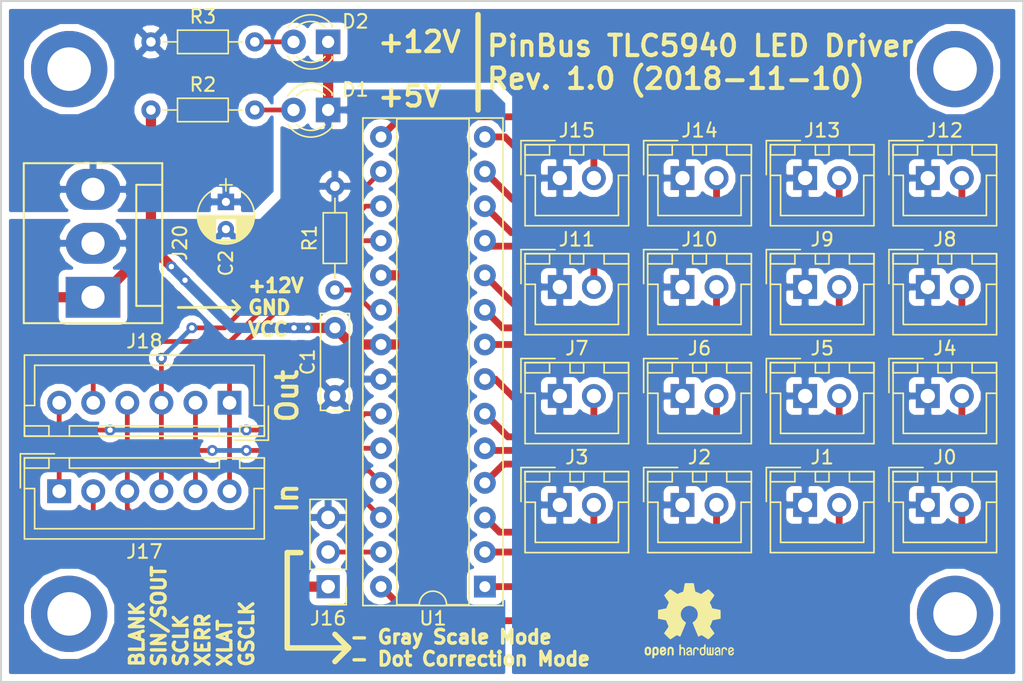
<source format=kicad_pcb>
(kicad_pcb (version 20171130) (host pcbnew "(5.0.0)")
  (layers (0 F.Cu signal) (31 B.Cu signal hide) (34 B.Paste user) (35 F.Paste user) (36 B.SilkS user) (37 F.SilkS user) (38 B.Mask user) (39 F.Mask user) (44 Edge.Cuts user))
  (net 0 "")
  (net 1 GND)
  (net 2 VCC)
  (net 3 +12V)
  (net 4 "Net-(J0-Pad2)")
  (net 5 "Net-(J1-Pad2)")
  (net 6 "Net-(J2-Pad2)")
  (net 7 "Net-(J3-Pad2)")
  (net 8 "Net-(J4-Pad2)")
  (net 9 "Net-(J5-Pad2)")
  (net 10 "Net-(J6-Pad2)")
  (net 11 "Net-(J7-Pad2)")
  (net 12 "Net-(J8-Pad2)")
  (net 13 "Net-(J9-Pad2)")
  (net 14 "Net-(J10-Pad2)")
  (net 15 "Net-(J11-Pad2)")
  (net 16 "Net-(J12-Pad2)")
  (net 17 "Net-(J13-Pad2)")
  (net 18 "Net-(J14-Pad2)")
  (net 19 "Net-(J15-Pad2)")
  (net 20 "Net-(J16-Pad2)")
  (net 21 "Net-(J17-Pad1)")
  (net 22 "Net-(J17-Pad2)")
  (net 23 "Net-(J17-Pad3)")
  (net 24 "Net-(J17-Pad4)")
  (net 25 "Net-(J17-Pad5)")
  (net 26 "Net-(J17-Pad6)")
  (net 27 "Net-(J18-Pad5)")
  (net 28 "Net-(R1-Pad1)")
  (net 29 "Net-(D1-Pad2)")
  (net 30 "Net-(D2-Pad2)")
  (module Housings_DIP:DIP-28_W7.62mm_Socket (layer F.Cu) (at 50.5 58 180)
    (fp_text reference U1 (at 3.81 -2.33 180) (layer F.SilkS))
    (fp_text value TLC5940NT)
    (pad 28 thru_hole oval (at 7.62 0 180) (size 1.6 1.6) (drill 0.8) (layers *.Cu *.Mask) (net 4 "Net-(J0-Pad2)"))
    (pad 14 thru_hole oval (at 0 33.02 180) (size 1.6 1.6) (drill 0.8) (layers *.Cu *.Mask) (net 18 "Net-(J14-Pad2)"))
    (pad 27 thru_hole oval (at 7.62 2.54 180) (size 1.6 1.6) (drill 0.8) (layers *.Cu *.Mask) (net 20 "Net-(J16-Pad2)"))
    (pad 13 thru_hole oval (at 0 30.48 180) (size 1.6 1.6) (drill 0.8) (layers *.Cu *.Mask) (net 17 "Net-(J13-Pad2)"))
    (pad 26 thru_hole oval (at 7.62 5.08 180) (size 1.6 1.6) (drill 0.8) (layers *.Cu *.Mask) (net 22 "Net-(J17-Pad2)"))
    (pad 12 thru_hole oval (at 0 27.94 180) (size 1.6 1.6) (drill 0.8) (layers *.Cu *.Mask) (net 16 "Net-(J12-Pad2)"))
    (pad 25 thru_hole oval (at 7.62 7.62 180) (size 1.6 1.6) (drill 0.8) (layers *.Cu *.Mask) (net 23 "Net-(J17-Pad3)"))
    (pad 11 thru_hole oval (at 0 25.4 180) (size 1.6 1.6) (drill 0.8) (layers *.Cu *.Mask) (net 15 "Net-(J11-Pad2)"))
    (pad 24 thru_hole oval (at 7.62 10.16 180) (size 1.6 1.6) (drill 0.8) (layers *.Cu *.Mask) (net 25 "Net-(J17-Pad5)"))
    (pad 10 thru_hole oval (at 0 22.86 180) (size 1.6 1.6) (drill 0.8) (layers *.Cu *.Mask) (net 14 "Net-(J10-Pad2)"))
    (pad 23 thru_hole oval (at 7.62 12.7 180) (size 1.6 1.6) (drill 0.8) (layers *.Cu *.Mask) (net 21 "Net-(J17-Pad1)"))
    (pad 9 thru_hole oval (at 0 20.32 180) (size 1.6 1.6) (drill 0.8) (layers *.Cu *.Mask) (net 13 "Net-(J9-Pad2)"))
    (pad 22 thru_hole oval (at 7.62 15.24 180) (size 1.6 1.6) (drill 0.8) (layers *.Cu *.Mask) (net 1 GND))
    (pad 8 thru_hole oval (at 0 17.78 180) (size 1.6 1.6) (drill 0.8) (layers *.Cu *.Mask) (net 12 "Net-(J8-Pad2)"))
    (pad 21 thru_hole oval (at 7.62 17.78 180) (size 1.6 1.6) (drill 0.8) (layers *.Cu *.Mask) (net 2 VCC))
    (pad 7 thru_hole oval (at 0 15.24 180) (size 1.6 1.6) (drill 0.8) (layers *.Cu *.Mask) (net 11 "Net-(J7-Pad2)"))
    (pad 20 thru_hole oval (at 7.62 20.32 180) (size 1.6 1.6) (drill 0.8) (layers *.Cu *.Mask) (net 28 "Net-(R1-Pad1)"))
    (pad 6 thru_hole oval (at 0 12.7 180) (size 1.6 1.6) (drill 0.8) (layers *.Cu *.Mask) (net 10 "Net-(J6-Pad2)"))
    (pad 19 thru_hole oval (at 7.62 22.86 180) (size 1.6 1.6) (drill 0.8) (layers *.Cu *.Mask) (net 2 VCC))
    (pad 5 thru_hole oval (at 0 10.16 180) (size 1.6 1.6) (drill 0.8) (layers *.Cu *.Mask) (net 9 "Net-(J5-Pad2)"))
    (pad 18 thru_hole oval (at 7.62 25.4 180) (size 1.6 1.6) (drill 0.8) (layers *.Cu *.Mask) (net 26 "Net-(J17-Pad6)"))
    (pad 4 thru_hole oval (at 0 7.62 180) (size 1.6 1.6) (drill 0.8) (layers *.Cu *.Mask) (net 8 "Net-(J4-Pad2)"))
    (pad 17 thru_hole oval (at 7.62 27.94 180) (size 1.6 1.6) (drill 0.8) (layers *.Cu *.Mask) (net 27 "Net-(J18-Pad5)"))
    (pad 3 thru_hole oval (at 0 5.08 180) (size 1.6 1.6) (drill 0.8) (layers *.Cu *.Mask) (net 7 "Net-(J3-Pad2)"))
    (pad 16 thru_hole oval (at 7.62 30.48 180) (size 1.6 1.6) (drill 0.8) (layers *.Cu *.Mask) (net 24 "Net-(J17-Pad4)"))
    (pad 2 thru_hole oval (at 0 2.54 180) (size 1.6 1.6) (drill 0.8) (layers *.Cu *.Mask) (net 6 "Net-(J2-Pad2)"))
    (pad 15 thru_hole oval (at 7.62 33.02 180) (size 1.6 1.6) (drill 0.8) (layers *.Cu *.Mask) (net 19 "Net-(J15-Pad2)"))
    (pad 1 thru_hole rect (at 0 0 180) (size 1.6 1.6) (drill 0.8) (layers *.Cu *.Mask) (net 5 "Net-(J1-Pad2)"))
  )
  (module Connectors_JST:JST_XH_B02B-XH-A_02x2.50mm_Straight (layer F.Cu) (at 83 44)
    (fp_text reference J4 (at 1.25 -3.5) (layer F.SilkS))
    (fp_text value Conn_01x02_Male)
    (pad 1 thru_hole rect (at 0 0) (size 1.75 1.75) (drill 1.05) (layers *.Cu *.Mask) (net 3 +12V))
    (pad 2 thru_hole circle (at 2.5 0) (size 1.75 1.75) (drill 1.05) (layers *.Cu *.Mask) (net 8 "Net-(J4-Pad2)"))
  )
  (module Connectors_JST:JST_XH_B02B-XH-A_02x2.50mm_Straight (layer F.Cu) (at 56 36)
    (fp_text reference J11 (at 1.25 -3.5) (layer F.SilkS))
    (fp_text value Conn_01x02_Male)
    (pad 1 thru_hole rect (at 0 0) (size 1.75 1.75) (drill 1.05) (layers *.Cu *.Mask) (net 3 +12V))
    (pad 2 thru_hole circle (at 2.5 0) (size 1.75 1.75) (drill 1.05) (layers *.Cu *.Mask) (net 15 "Net-(J11-Pad2)"))
  )
  (module Mounting_Holes:MountingHole_3.2mm_M3_DIN965_Pad (layer F.Cu) (at 20 20)
    (fp_text reference REF** hide)
    (fp_text value MountingHole_3.2mm_M3_DIN965_Pad hide)
    (pad 1 thru_hole circle (at 0 0) (size 5.6 5.6) (drill 3.2) (layers *.Cu *.Mask))
  )
  (module Mounting_Holes:MountingHole_3.2mm_M3_DIN965_Pad (layer F.Cu) (at 85 60)
    (fp_text reference REF** hide)
    (fp_text value MountingHole_3.2mm_M3_DIN965_Pad hide)
    (pad 1 thru_hole circle (at 0 0) (size 5.6 5.6) (drill 3.2) (layers *.Cu *.Mask))
  )
  (module Mounting_Holes:MountingHole_3.2mm_M3_DIN965_Pad (layer F.Cu) (at 20 60)
    (fp_text reference REF** hide)
    (fp_text value MountingHole_3.2mm_M3_DIN965_Pad hide)
    (pad 1 thru_hole circle (at 0 0) (size 5.6 5.6) (drill 3.2) (layers *.Cu *.Mask))
  )
  (module Capacitors_THT:CP_Radial_D4.0mm_P2.00mm (layer F.Cu) (at 31.5 29.75 270)
    (fp_text reference C2 (at 4.5 0 270) (layer F.SilkS))
    (fp_text value 1uF)
    (pad 2 thru_hole circle (at 2 0 270) (size 1.2 1.2) (drill 0.6) (layers *.Cu *.Mask) (net 1 GND))
    (pad 1 thru_hole rect (at 0 0 270) (size 1.2 1.2) (drill 0.6) (layers *.Cu *.Mask) (net 3 +12V))
  )
  (module Connectors_JST:JST_XH_B02B-XH-A_02x2.50mm_Straight (layer F.Cu) (at 83 52)
    (fp_text reference J0 (at 1.25 -3.5) (layer F.SilkS))
    (fp_text value Conn_01x02_Male)
    (pad 1 thru_hole rect (at 0 0) (size 1.75 1.75) (drill 1.05) (layers *.Cu *.Mask) (net 3 +12V))
    (pad 2 thru_hole circle (at 2.5 0) (size 1.75 1.75) (drill 1.05) (layers *.Cu *.Mask) (net 4 "Net-(J0-Pad2)"))
  )
  (module Connectors_JST:JST_XH_B02B-XH-A_02x2.50mm_Straight (layer F.Cu) (at 74 52)
    (fp_text reference J1 (at 1.25 -3.5) (layer F.SilkS))
    (fp_text value Conn_01x02_Male)
    (pad 2 thru_hole circle (at 2.5 0) (size 1.75 1.75) (drill 1.05) (layers *.Cu *.Mask) (net 5 "Net-(J1-Pad2)"))
    (pad 1 thru_hole rect (at 0 0) (size 1.75 1.75) (drill 1.05) (layers *.Cu *.Mask) (net 3 +12V))
  )
  (module Connectors_JST:JST_XH_B02B-XH-A_02x2.50mm_Straight (layer F.Cu) (at 65 52)
    (fp_text reference J2 (at 1.25 -3.5) (layer F.SilkS))
    (fp_text value Conn_01x02_Male)
    (pad 1 thru_hole rect (at 0 0) (size 1.75 1.75) (drill 1.05) (layers *.Cu *.Mask) (net 3 +12V))
    (pad 2 thru_hole circle (at 2.5 0) (size 1.75 1.75) (drill 1.05) (layers *.Cu *.Mask) (net 6 "Net-(J2-Pad2)"))
  )
  (module Connectors_JST:JST_XH_B02B-XH-A_02x2.50mm_Straight (layer F.Cu) (at 56 52)
    (fp_text reference J3 (at 1.25 -3.5) (layer F.SilkS))
    (fp_text value Conn_01x02_Male)
    (pad 2 thru_hole circle (at 2.5 0) (size 1.75 1.75) (drill 1.05) (layers *.Cu *.Mask) (net 7 "Net-(J3-Pad2)"))
    (pad 1 thru_hole rect (at 0 0) (size 1.75 1.75) (drill 1.05) (layers *.Cu *.Mask) (net 3 +12V))
  )
  (module Connectors_JST:JST_XH_B02B-XH-A_02x2.50mm_Straight (layer F.Cu) (at 74 44)
    (fp_text reference J5 (at 1.25 -3.5) (layer F.SilkS))
    (fp_text value Conn_01x02_Male)
    (pad 2 thru_hole circle (at 2.5 0) (size 1.75 1.75) (drill 1.05) (layers *.Cu *.Mask) (net 9 "Net-(J5-Pad2)"))
    (pad 1 thru_hole rect (at 0 0) (size 1.75 1.75) (drill 1.05) (layers *.Cu *.Mask) (net 3 +12V))
  )
  (module Connectors_JST:JST_XH_B02B-XH-A_02x2.50mm_Straight (layer F.Cu) (at 65 44)
    (fp_text reference J6 (at 1.25 -3.5) (layer F.SilkS))
    (fp_text value Conn_01x02_Male)
    (pad 1 thru_hole rect (at 0 0) (size 1.75 1.75) (drill 1.05) (layers *.Cu *.Mask) (net 3 +12V))
    (pad 2 thru_hole circle (at 2.5 0) (size 1.75 1.75) (drill 1.05) (layers *.Cu *.Mask) (net 10 "Net-(J6-Pad2)"))
  )
  (module Connectors_JST:JST_XH_B02B-XH-A_02x2.50mm_Straight (layer F.Cu) (at 56 44)
    (fp_text reference J7 (at 1.25 -3.5) (layer F.SilkS))
    (fp_text value Conn_01x02_Male)
    (pad 2 thru_hole circle (at 2.5 0) (size 1.75 1.75) (drill 1.05) (layers *.Cu *.Mask) (net 11 "Net-(J7-Pad2)"))
    (pad 1 thru_hole rect (at 0 0) (size 1.75 1.75) (drill 1.05) (layers *.Cu *.Mask) (net 3 +12V))
  )
  (module Connectors_JST:JST_XH_B02B-XH-A_02x2.50mm_Straight (layer F.Cu) (at 83 36)
    (fp_text reference J8 (at 1.25 -3.5) (layer F.SilkS))
    (fp_text value Conn_01x02_Male)
    (pad 1 thru_hole rect (at 0 0) (size 1.75 1.75) (drill 1.05) (layers *.Cu *.Mask) (net 3 +12V))
    (pad 2 thru_hole circle (at 2.5 0) (size 1.75 1.75) (drill 1.05) (layers *.Cu *.Mask) (net 12 "Net-(J8-Pad2)"))
  )
  (module Connectors_JST:JST_XH_B02B-XH-A_02x2.50mm_Straight (layer F.Cu) (at 74 36)
    (fp_text reference J9 (at 1.25 -3.5) (layer F.SilkS))
    (fp_text value Conn_01x02_Male)
    (pad 2 thru_hole circle (at 2.5 0) (size 1.75 1.75) (drill 1.05) (layers *.Cu *.Mask) (net 13 "Net-(J9-Pad2)"))
    (pad 1 thru_hole rect (at 0 0) (size 1.75 1.75) (drill 1.05) (layers *.Cu *.Mask) (net 3 +12V))
  )
  (module Connectors_JST:JST_XH_B02B-XH-A_02x2.50mm_Straight (layer F.Cu) (at 65 36)
    (fp_text reference J10 (at 1.25 -3.5) (layer F.SilkS))
    (fp_text value Conn_01x02_Male)
    (pad 2 thru_hole circle (at 2.5 0) (size 1.75 1.75) (drill 1.05) (layers *.Cu *.Mask) (net 14 "Net-(J10-Pad2)"))
    (pad 1 thru_hole rect (at 0 0) (size 1.75 1.75) (drill 1.05) (layers *.Cu *.Mask) (net 3 +12V))
  )
  (module Connectors_JST:JST_XH_B02B-XH-A_02x2.50mm_Straight (layer F.Cu) (at 83 28)
    (fp_text reference J12 (at 1.25 -3.5) (layer F.SilkS))
    (fp_text value Conn_01x02_Male)
    (pad 2 thru_hole circle (at 2.5 0) (size 1.75 1.75) (drill 1.05) (layers *.Cu *.Mask) (net 16 "Net-(J12-Pad2)"))
    (pad 1 thru_hole rect (at 0 0) (size 1.75 1.75) (drill 1.05) (layers *.Cu *.Mask) (net 3 +12V))
  )
  (module Connectors_JST:JST_XH_B02B-XH-A_02x2.50mm_Straight (layer F.Cu) (at 74 28)
    (fp_text reference J13 (at 1.25 -3.5) (layer F.SilkS))
    (fp_text value Conn_01x02_Male)
    (pad 1 thru_hole rect (at 0 0) (size 1.75 1.75) (drill 1.05) (layers *.Cu *.Mask) (net 3 +12V))
    (pad 2 thru_hole circle (at 2.5 0) (size 1.75 1.75) (drill 1.05) (layers *.Cu *.Mask) (net 17 "Net-(J13-Pad2)"))
  )
  (module Connectors_JST:JST_XH_B02B-XH-A_02x2.50mm_Straight (layer F.Cu) (at 65 28)
    (fp_text reference J14 (at 1.25 -3.5) (layer F.SilkS))
    (fp_text value Conn_01x02_Male)
    (pad 2 thru_hole circle (at 2.5 0) (size 1.75 1.75) (drill 1.05) (layers *.Cu *.Mask) (net 18 "Net-(J14-Pad2)"))
    (pad 1 thru_hole rect (at 0 0) (size 1.75 1.75) (drill 1.05) (layers *.Cu *.Mask) (net 3 +12V))
  )
  (module Connectors_JST:JST_XH_B02B-XH-A_02x2.50mm_Straight (layer F.Cu) (at 56 28)
    (fp_text reference J15 (at 1.25 -3.5) (layer F.SilkS))
    (fp_text value Conn_01x02_Male)
    (pad 1 thru_hole rect (at 0 0) (size 1.75 1.75) (drill 1.05) (layers *.Cu *.Mask) (net 3 +12V))
    (pad 2 thru_hole circle (at 2.5 0) (size 1.75 1.75) (drill 1.05) (layers *.Cu *.Mask) (net 19 "Net-(J15-Pad2)"))
  )
  (module Socket_Strips:Socket_Strip_Straight_1x03_Pitch2.54mm (layer F.Cu) (at 39 58 180)
    (fp_text reference J16 (at 0 -2.33 180) (layer F.SilkS))
    (fp_text value Conn_01x03_Male)
    (pad 3 thru_hole oval (at 0 5.08 180) (size 1.7 1.7) (drill 1) (layers *.Cu *.Mask) (net 1 GND))
    (pad 2 thru_hole oval (at 0 2.54 180) (size 1.7 1.7) (drill 1) (layers *.Cu *.Mask) (net 20 "Net-(J16-Pad2)"))
    (pad 1 thru_hole rect (at 0 0 180) (size 1.7 1.7) (drill 1) (layers *.Cu *.Mask) (net 2 VCC))
  )
  (module Connectors_JST:JST_XH_B06B-XH-A_06x2.50mm_Straight (layer F.Cu) (at 19.266702 50.997261)
    (fp_text reference J17 (at 6.2524 4.4292) (layer F.SilkS))
    (fp_text value Conn_01x06_Male)
    (pad 1 thru_hole rect (at 0 0) (size 1.75 1.75) (drill 1) (layers *.Cu *.Mask) (net 21 "Net-(J17-Pad1)"))
    (pad 2 thru_hole circle (at 2.5 0) (size 1.75 1.75) (drill 1) (layers *.Cu *.Mask) (net 22 "Net-(J17-Pad2)"))
    (pad 3 thru_hole circle (at 5 0) (size 1.75 1.75) (drill 1) (layers *.Cu *.Mask) (net 23 "Net-(J17-Pad3)"))
    (pad 4 thru_hole circle (at 7.5 0) (size 1.75 1.75) (drill 1) (layers *.Cu *.Mask) (net 24 "Net-(J17-Pad4)"))
    (pad 5 thru_hole circle (at 10 0) (size 1.75 1.75) (drill 1) (layers *.Cu *.Mask) (net 25 "Net-(J17-Pad5)"))
    (pad 6 thru_hole circle (at 12.5 0) (size 1.75 1.75) (drill 1) (layers *.Cu *.Mask) (net 26 "Net-(J17-Pad6)"))
  )
  (module Connectors_JST:JST_XH_B06B-XH-A_06x2.50mm_Straight (layer F.Cu) (at 31.766702 44.497261 180)
    (fp_text reference J18 (at 6.2476 4.514 180) (layer F.SilkS))
    (fp_text value Conn_01x06_Male)
    (pad 6 thru_hole circle (at 12.5 0 180) (size 1.75 1.75) (drill 1) (layers *.Cu *.Mask) (net 21 "Net-(J17-Pad1)"))
    (pad 5 thru_hole circle (at 10 0 180) (size 1.75 1.75) (drill 1) (layers *.Cu *.Mask) (net 27 "Net-(J18-Pad5)"))
    (pad 4 thru_hole circle (at 7.5 0 180) (size 1.75 1.75) (drill 1) (layers *.Cu *.Mask) (net 23 "Net-(J17-Pad3)"))
    (pad 3 thru_hole circle (at 5 0 180) (size 1.75 1.75) (drill 1) (layers *.Cu *.Mask) (net 24 "Net-(J17-Pad4)"))
    (pad 2 thru_hole circle (at 2.5 0 180) (size 1.75 1.75) (drill 1) (layers *.Cu *.Mask) (net 25 "Net-(J17-Pad5)"))
    (pad 1 thru_hole rect (at 0 0 180) (size 1.75 1.75) (drill 1) (layers *.Cu *.Mask) (net 26 "Net-(J17-Pad6)"))
  )
  (module Resistors_THT:R_Axial_DIN0204_L3.6mm_D1.6mm_P7.62mm_Horizontal (layer F.Cu) (at 39.5 36.2204 90)
    (fp_text reference R1 (at 3.81 -1.86 90) (layer F.SilkS))
    (fp_text value 1.3K)
    (pad 2 thru_hole oval (at 7.62 0 90) (size 1.4 1.4) (drill 0.7) (layers *.Cu *.Mask) (net 1 GND))
    (pad 1 thru_hole circle (at 0 0 90) (size 1.4 1.4) (drill 0.7) (layers *.Cu *.Mask) (net 28 "Net-(R1-Pad1)"))
  )
  (module Mounting_Holes:MountingHole_3.2mm_M3_DIN965_Pad (layer F.Cu) (at 85 20)
    (fp_text reference REF** hide)
    (fp_text value MountingHole_3.2mm_M3_DIN965_Pad hide)
    (pad 1 thru_hole circle (at 0 0) (size 5.6 5.6) (drill 3.2) (layers *.Cu *.Mask))
  )
  (module Connectors_Molex:Molex_KK-41791-03_03x3.96mm_Straight (layer F.Cu) (at 21.75 36.75 90)
    (fp_text reference J20 (at 4 6.3846 90) (layer F.SilkS))
    (fp_text value Conn_01x03_Male)
    (pad 3 thru_hole oval (at 7.9248 0 90) (size 3 4) (drill 1.7) (layers *.Cu *.Mask) (net 3 +12V))
    (pad 2 thru_hole oval (at 3.9624 0 90) (size 3 4) (drill 1.7) (layers *.Cu *.Mask) (net 1 GND))
    (pad 1 thru_hole rect (at 0 0 90) (size 3 4) (drill 1.7) (layers *.Cu *.Mask) (net 2 VCC))
  )
  (module LEDs:LED_D3.0mm (layer F.Cu) (at 39 23 180)
    (fp_text reference D1 (at -2 1.5 180) (layer F.SilkS))
    (fp_text value LED)
    (pad 2 thru_hole circle (at 2.54 0 180) (size 1.8 1.8) (drill 0.9) (layers *.Cu *.Mask) (net 29 "Net-(D1-Pad2)"))
    (pad 1 thru_hole rect (at 0 0 180) (size 1.8 1.8) (drill 0.9) (layers *.Cu *.Mask) (net 1 GND))
  )
  (module LEDs:LED_D3.0mm (layer F.Cu) (at 39 18 180)
    (fp_text reference D2 (at -2 1.5 180) (layer F.SilkS))
    (fp_text value LED)
    (pad 1 thru_hole rect (at 0 0 180) (size 1.8 1.8) (drill 0.9) (layers *.Cu *.Mask) (net 1 GND))
    (pad 2 thru_hole circle (at 2.54 0 180) (size 1.8 1.8) (drill 0.9) (layers *.Cu *.Mask) (net 30 "Net-(D2-Pad2)"))
  )
  (module Resistors_THT:R_Axial_DIN0204_L3.6mm_D1.6mm_P7.62mm_Horizontal (layer F.Cu) (at 26 23)
    (fp_text reference R2 (at 3.81 -1.86) (layer F.SilkS))
    (fp_text value 180)
    (pad 1 thru_hole circle (at 0 0) (size 1.4 1.4) (drill 0.7) (layers *.Cu *.Mask) (net 2 VCC))
    (pad 2 thru_hole oval (at 7.62 0) (size 1.4 1.4) (drill 0.7) (layers *.Cu *.Mask) (net 29 "Net-(D1-Pad2)"))
  )
  (module Resistors_THT:R_Axial_DIN0204_L3.6mm_D1.6mm_P7.62mm_Horizontal (layer F.Cu) (at 26 18)
    (fp_text reference R3 (at 3.81 -1.86) (layer F.SilkS))
    (fp_text value 560)
    (pad 2 thru_hole oval (at 7.62 0) (size 1.4 1.4) (drill 0.7) (layers *.Cu *.Mask) (net 30 "Net-(D2-Pad2)"))
    (pad 1 thru_hole circle (at 0 0) (size 1.4 1.4) (drill 0.7) (layers *.Cu *.Mask) (net 3 +12V))
  )
  (module Capacitors_THT:C_Rect_L7.0mm_W2.0mm_P5.00mm (layer F.Cu) (at 39.5 39 270)
    (fp_text reference C1 (at 2.5 2 270) (layer F.SilkS))
    (fp_text value 100nF)
    (pad 2 thru_hole circle (at 5 0 270) (size 1.6 1.6) (drill 0.8) (layers *.Cu *.Mask) (net 1 GND))
    (pad 1 thru_hole circle (at 0 0 270) (size 1.6 1.6) (drill 0.8) (layers *.Cu *.Mask) (net 2 VCC))
  )
  (module Symbols:OSHW-Logo2_7.3x6mm_SilkScreen (layer F.Cu) (at 65.5 60.5)
    (fp_text reference REF*** hide)
    (fp_text value OSHW-Logo2_7.3x6mm_SilkScreen hide)
  )
  (gr_line (start 32.5 37.5) (end 32 38) (layer F.SilkS) (width 0.2))
  (gr_line (start 32 37) (end 32.5 37.5) (layer F.SilkS) (width 0.2))
  (gr_line (start 32.5 37.5) (end 32 37) (layer F.SilkS) (width 0.2))
  (gr_line (start 28 37.5) (end 32.5 37.5) (layer F.SilkS) (width 0.2))
  (gr_text "+12V\nGND\nVCC" (at 33 37.5) (layer F.SilkS) (effects (font (size 1 1) (thickness 0.25)) (justify left)))
  (gr_line (start 39.5 63.5) (end 40.5 62.5) (layer F.SilkS) (width 0.4))
  (gr_line (start 40.5 62.5) (end 39.5 61.5) (layer F.SilkS) (width 0.4))
  (gr_line (start 36 55.5) (end 37 55.5) (layer F.SilkS) (width 0.4))
  (gr_line (start 36 62.5) (end 36 55.5) (layer F.SilkS) (width 0.4))
  (gr_line (start 40.5 62.5) (end 36 62.5) (layer F.SilkS) (width 0.4))
  (gr_text "- Gray Scale Mode\n- Dot Correction Mode\n" (at 40.5 62.5) (layer F.SilkS) (effects (font (size 1 1) (thickness 0.25)) (justify left)))
  (gr_line (start 50 23) (end 50 16) (layer F.SilkS) (width 0.4))
  (gr_text "PinBus TLC5940 LED Driver\nRev. 1.0 (2018-11-10)" (at 50.5 19.5) (layer F.SilkS) (effects (font (size 1.5 1.5) (thickness 0.3)) (justify left)))
  (gr_text "BLANK\nSIN/SOUT\nSCLK\nXERR\nXLAT\nGSCLK" (at 29 64 90) (layer F.SilkS) (effects (font (size 1 1) (thickness 0.25)) (justify left)))
  (gr_text +5V (at 42.5 22) (layer F.SilkS) (effects (font (size 1.5 1.5) (thickness 0.3)) (justify left)))
  (gr_text +12V (at 42.5 18) (layer F.SilkS) (effects (font (size 1.5 1.5) (thickness 0.3)) (justify left)))
  (gr_text In (at 36 51.5 90) (layer F.SilkS) (effects (font (size 1.5 1.5) (thickness 0.3))))
  (gr_text Out (at 36 44 90) (layer F.SilkS) (effects (font (size 1.5 1.5) (thickness 0.3))))
  (gr_line (start 15 65) (end 15 15) (layer Edge.Cuts) (width 0.15))
  (gr_line (start 90 65) (end 15 65) (layer Edge.Cuts) (width 0.15))
  (gr_line (start 90 15) (end 90 65) (layer Edge.Cuts) (width 0.15))
  (gr_line (start 15 15) (end 90 15) (layer Edge.Cuts) (width 0.15))
  (segment (start 39 18) (end 39 23) (width 0.75) (layer F.Cu) (net 1))
  (segment (start 40.72 40.22) (end 42.88 40.22) (width 0.75) (layer F.Cu) (net 2))
  (segment (start 39.5 39) (end 40.72 40.22) (width 0.75) (layer F.Cu) (net 2))
  (segment (start 42.88 40.22) (end 44.28 40.22) (width 0.75) (layer F.Cu) (net 2))
  (segment (start 42.88 35.14) (end 44.14 35.14) (width 0.75) (layer F.Cu) (net 2))
  (segment (start 44.14 35.14) (end 44.5 35.5) (width 0.75) (layer F.Cu) (net 2))
  (segment (start 44.28 40.22) (end 44.5 40) (width 0.75) (layer F.Cu) (net 2))
  (segment (start 44.5 35.5) (end 44.5 40) (width 0.75) (layer F.Cu) (net 2))
  (segment (start 22.25 36.75) (end 21.75 36.75) (width 0.75) (layer F.Cu) (net 2))
  (segment (start 26 23) (end 26 33) (width 0.75) (layer F.Cu) (net 2))
  (segment (start 25.5 33.5) (end 26.5 33.5) (width 0.75) (layer F.Cu) (net 2))
  (segment (start 26 33) (end 26.5 33.5) (width 0.75) (layer F.Cu) (net 2))
  (segment (start 25.5 33.5) (end 22.25 36.75) (width 0.75) (layer F.Cu) (net 2))
  (segment (start 26 33) (end 25.5 33.5) (width 0.75) (layer F.Cu) (net 2))
  (segment (start 19 36.75) (end 16.5 39.25) (width 0.75) (layer F.Cu) (net 2))
  (segment (start 21.75 36.75) (end 19 36.75) (width 0.75) (layer F.Cu) (net 2))
  (segment (start 16.5 39.25) (end 16.5 55) (width 0.75) (layer F.Cu) (net 2))
  (segment (start 16.5 55) (end 17.5 56) (width 0.75) (layer F.Cu) (net 2))
  (segment (start 17.5 56) (end 35 56) (width 0.75) (layer F.Cu) (net 2))
  (segment (start 37 58) (end 39 58) (width 0.75) (layer F.Cu) (net 2))
  (segment (start 35 56) (end 37 58) (width 0.75) (layer F.Cu) (net 2))
  (segment (start 26.5 33.5) (end 27.5 34.5) (width 0.75) (layer F.Cu) (net 2))
  (via (at 27.5 34.5) (size 0.8) (drill 0.4) (layers F.Cu B.Cu) (net 2))
  (segment (start 39.5 39) (end 37.5 39) (width 0.75) (layer F.Cu) (net 2))
  (via (at 37.5 39) (size 0.8) (drill 0.4) (layers F.Cu B.Cu) (net 2))
  (segment (start 37.5 39) (end 36.5 39) (width 0.75) (layer F.Cu) (net 2))
  (via (at 36.5 39) (size 0.8) (drill 0.4) (layers F.Cu B.Cu) (net 2))
  (via (at 28.5 35.5) (size 0.8) (drill 0.4) (layers F.Cu B.Cu) (net 2))
  (segment (start 27.5 34.5) (end 28.5 35.5) (width 0.75) (layer B.Cu) (net 2))
  (segment (start 28.5 35.5) (end 32 39) (width 0.75) (layer B.Cu) (net 2))
  (segment (start 32 39) (end 37.5 39) (width 0.75) (layer B.Cu) (net 2))
  (segment (start 45.38 60.5) (end 42.88 58) (width 0.5) (layer F.Cu) (net 4))
  (segment (start 78.5 60.5) (end 45.38 60.5) (width 0.5) (layer F.Cu) (net 4))
  (segment (start 85.5 52) (end 85.5 53.5) (width 0.5) (layer F.Cu) (net 4))
  (segment (start 85.5 53.5) (end 78.5 60.5) (width 0.5) (layer F.Cu) (net 4))
  (segment (start 72 58) (end 50.5 58) (width 0.5) (layer F.Cu) (net 5))
  (segment (start 76.5 52) (end 76.5 53.5) (width 0.5) (layer F.Cu) (net 5))
  (segment (start 76.5 53.5) (end 72 58) (width 0.5) (layer F.Cu) (net 5))
  (segment (start 65.54 55.46) (end 50.5 55.46) (width 0.5) (layer F.Cu) (net 6))
  (segment (start 67.5 52) (end 67.5 53.5) (width 0.5) (layer F.Cu) (net 6))
  (segment (start 67.5 53.5) (end 65.54 55.46) (width 0.5) (layer F.Cu) (net 6))
  (segment (start 51.58 54) (end 50.5 52.92) (width 0.5) (layer F.Cu) (net 7))
  (segment (start 58 54) (end 51.58 54) (width 0.5) (layer F.Cu) (net 7))
  (segment (start 58.5 52) (end 58.5 53.5) (width 0.5) (layer F.Cu) (net 7))
  (segment (start 58.5 53.5) (end 58 54) (width 0.5) (layer F.Cu) (net 7))
  (segment (start 51.88 49) (end 50.5 50.38) (width 0.5) (layer F.Cu) (net 8))
  (segment (start 82 49) (end 51.88 49) (width 0.5) (layer F.Cu) (net 8))
  (segment (start 85.5 44) (end 85.5 45.5) (width 0.5) (layer F.Cu) (net 8))
  (segment (start 85.5 45.5) (end 82 49) (width 0.5) (layer F.Cu) (net 8))
  (segment (start 50.66 48) (end 50.5 47.84) (width 0.5) (layer F.Cu) (net 9))
  (segment (start 74 48) (end 50.66 48) (width 0.5) (layer F.Cu) (net 9))
  (segment (start 76.5 44) (end 76.5 45.5) (width 0.5) (layer F.Cu) (net 9))
  (segment (start 76.5 45.5) (end 74 48) (width 0.5) (layer F.Cu) (net 9))
  (segment (start 52.2 47) (end 50.5 45.3) (width 0.5) (layer F.Cu) (net 10))
  (segment (start 66 47) (end 52.2 47) (width 0.5) (layer F.Cu) (net 10))
  (segment (start 67.5 44) (end 67.5 45.5) (width 0.5) (layer F.Cu) (net 10))
  (segment (start 67.5 45.5) (end 66 47) (width 0.5) (layer F.Cu) (net 10))
  (segment (start 51.26 42.76) (end 50.5 42.76) (width 0.5) (layer F.Cu) (net 11))
  (segment (start 54.5 46) (end 51.26 42.76) (width 0.5) (layer F.Cu) (net 11))
  (segment (start 58 46) (end 54.5 46) (width 0.5) (layer F.Cu) (net 11))
  (segment (start 58.5 44) (end 58.5 45.5) (width 0.5) (layer F.Cu) (net 11))
  (segment (start 58.5 45.5) (end 58 46) (width 0.5) (layer F.Cu) (net 11))
  (segment (start 82.78 40.22) (end 50.5 40.22) (width 0.5) (layer F.Cu) (net 12))
  (segment (start 85.5 36) (end 85.5 37.5) (width 0.5) (layer F.Cu) (net 12))
  (segment (start 85.5 37.5) (end 82.78 40.22) (width 0.5) (layer F.Cu) (net 12))
  (segment (start 51.82 39) (end 50.5 37.68) (width 0.5) (layer F.Cu) (net 13))
  (segment (start 75 39) (end 51.82 39) (width 0.5) (layer F.Cu) (net 13))
  (segment (start 76.5 36) (end 76.5 37.5) (width 0.5) (layer F.Cu) (net 13))
  (segment (start 76.5 37.5) (end 75 39) (width 0.5) (layer F.Cu) (net 13))
  (segment (start 53.36 38) (end 50.5 35.14) (width 0.5) (layer F.Cu) (net 14))
  (segment (start 67 38) (end 53.36 38) (width 0.5) (layer F.Cu) (net 14))
  (segment (start 67.5 36) (end 67.5 37.5) (width 0.5) (layer F.Cu) (net 14))
  (segment (start 67.5 37.5) (end 67 38) (width 0.5) (layer F.Cu) (net 14))
  (segment (start 50.9 33) (end 50.5 32.6) (width 0.5) (layer F.Cu) (net 15))
  (segment (start 57 33) (end 50.9 33) (width 0.5) (layer F.Cu) (net 15))
  (segment (start 58.5 36) (end 58.5 34.5) (width 0.5) (layer F.Cu) (net 15))
  (segment (start 58.5 34.5) (end 57 33) (width 0.5) (layer F.Cu) (net 15))
  (segment (start 85.5 28) (end 85.5 29.5) (width 0.5) (layer F.Cu) (net 16))
  (segment (start 85.5 29.5) (end 83 32) (width 0.5) (layer F.Cu) (net 16))
  (segment (start 52.44 32) (end 50.5 30.06) (width 0.5) (layer F.Cu) (net 16))
  (segment (start 83 32) (end 52.44 32) (width 0.5) (layer F.Cu) (net 16))
  (segment (start 76.5 28) (end 76.5 29.5) (width 0.5) (layer F.Cu) (net 17))
  (segment (start 76.5 29.5) (end 75 31) (width 0.5) (layer F.Cu) (net 17))
  (segment (start 75 31) (end 54 31) (width 0.5) (layer F.Cu) (net 17))
  (segment (start 54 31) (end 52.5 29.5) (width 0.5) (layer F.Cu) (net 17))
  (segment (start 52.48 29.5) (end 50.5 27.52) (width 0.5) (layer F.Cu) (net 17))
  (segment (start 52.5 29.5) (end 52.48 29.5) (width 0.5) (layer F.Cu) (net 17))
  (segment (start 51.98 24.98) (end 50.5 24.98) (width 0.5) (layer F.Cu) (net 18))
  (segment (start 67.5 29.5) (end 67 30) (width 0.5) (layer F.Cu) (net 18))
  (segment (start 67 30) (end 54.5 30) (width 0.5) (layer F.Cu) (net 18))
  (segment (start 67.5 28) (end 67.5 29.5) (width 0.5) (layer F.Cu) (net 18))
  (segment (start 54.5 30) (end 54 29.5) (width 0.5) (layer F.Cu) (net 18))
  (segment (start 54 29.5) (end 54 27) (width 0.5) (layer F.Cu) (net 18))
  (segment (start 54 27) (end 51.98 24.98) (width 0.5) (layer F.Cu) (net 18))
  (segment (start 58.5 28) (end 58.5 26.5) (width 0.5) (layer F.Cu) (net 19))
  (segment (start 58.5 26.5) (end 55.5 23.5) (width 0.5) (layer F.Cu) (net 19))
  (segment (start 44.36 23.5) (end 42.88 24.98) (width 0.5) (layer F.Cu) (net 19))
  (segment (start 55.5 23.5) (end 44.36 23.5) (width 0.5) (layer F.Cu) (net 19))
  (segment (start 41.74863 55.46) (end 39 55.46) (width 0.35) (layer F.Cu) (net 20))
  (segment (start 42.88 55.46) (end 41.74863 55.46) (width 0.35) (layer F.Cu) (net 20))
  (segment (start 19.266702 46) (end 19.266702 46.266702) (width 0.35) (layer F.Cu) (net 21))
  (segment (start 19.266702 44.497261) (end 19.266702 46) (width 0.35) (layer F.Cu) (net 21))
  (segment (start 19.266702 46.266702) (end 19.5 46.5) (width 0.35) (layer F.Cu) (net 21))
  (segment (start 19.266702 46.733298) (end 19.5 46.5) (width 0.35) (layer F.Cu) (net 21))
  (segment (start 19.266702 47) (end 19.266702 46.733298) (width 0.35) (layer F.Cu) (net 21))
  (segment (start 19.266702 47) (end 19.266702 50.997261) (width 0.35) (layer F.Cu) (net 21))
  (segment (start 19.266702 46) (end 19.266702 47) (width 0.35) (layer F.Cu) (net 21))
  (segment (start 19.5 46.5) (end 23 46.5) (width 0.35) (layer F.Cu) (net 21))
  (via (at 23 46.5) (size 0.8) (drill 0.4) (layers F.Cu B.Cu) (net 21))
  (segment (start 23 46.5) (end 33 46.5) (width 0.35) (layer B.Cu) (net 21))
  (via (at 33 46.5) (size 0.8) (drill 0.4) (layers F.Cu B.Cu) (net 21))
  (segment (start 41.7 45.3) (end 42.88 45.3) (width 0.35) (layer F.Cu) (net 21))
  (segment (start 33 46.5) (end 40.5 46.5) (width 0.35) (layer F.Cu) (net 21))
  (segment (start 40.5 46.5) (end 41.7 45.3) (width 0.35) (layer F.Cu) (net 21))
  (segment (start 21.766702 53.766702) (end 21.766702 50.997261) (width 0.35) (layer F.Cu) (net 22))
  (segment (start 22.5 54.5) (end 21.766702 53.766702) (width 0.35) (layer F.Cu) (net 22))
  (segment (start 33 54.5) (end 22.5 54.5) (width 0.35) (layer F.Cu) (net 22))
  (segment (start 37 50.5) (end 33 54.5) (width 0.35) (layer F.Cu) (net 22))
  (segment (start 42.88 52.92) (end 40.46 50.5) (width 0.35) (layer F.Cu) (net 22))
  (segment (start 40.46 50.5) (end 37 50.5) (width 0.35) (layer F.Cu) (net 22))
  (segment (start 24.266702 44.497261) (end 24.266702 50.997261) (width 0.35) (layer F.Cu) (net 23))
  (segment (start 42.88 50.38) (end 42 49.5) (width 0.35) (layer F.Cu) (net 23))
  (segment (start 42 49.5) (end 36 49.5) (width 0.35) (layer F.Cu) (net 23))
  (segment (start 36 49.5) (end 32.5 53) (width 0.35) (layer F.Cu) (net 23))
  (segment (start 32.5 53) (end 25 53) (width 0.35) (layer F.Cu) (net 23))
  (segment (start 24.266702 52.266702) (end 24.266702 50.997261) (width 0.35) (layer F.Cu) (net 23))
  (segment (start 25 53) (end 24.266702 52.266702) (width 0.35) (layer F.Cu) (net 23))
  (segment (start 26.766702 44.497261) (end 26.766702 50.997261) (width 0.35) (layer F.Cu) (net 24))
  (segment (start 26.766702 44.497261) (end 26.766702 41.233298) (width 0.35) (layer F.Cu) (net 24))
  (via (at 26.766702 41.233298) (size 0.8) (drill 0.4) (layers F.Cu B.Cu) (net 24))
  (segment (start 42.88 27.52) (end 31.4 39) (width 0.35) (layer F.Cu) (net 24))
  (segment (start 31.4 39) (end 29 39) (width 0.35) (layer F.Cu) (net 24))
  (via (at 29 39) (size 0.8) (drill 0.4) (layers F.Cu B.Cu) (net 24))
  (segment (start 26.766702 41.233298) (end 29 39) (width 0.35) (layer B.Cu) (net 24))
  (segment (start 29.266702 44.497261) (end 29.266702 47.5) (width 0.35) (layer F.Cu) (net 25))
  (segment (start 29.266702 48.5) (end 29.266702 50.997261) (width 0.35) (layer F.Cu) (net 25))
  (segment (start 42.88 47.84) (end 41.16 47.84) (width 0.35) (layer F.Cu) (net 25))
  (segment (start 33 48) (end 30.5 48) (width 0.35) (layer B.Cu) (net 25))
  (segment (start 41 48) (end 33 48) (width 0.35) (layer F.Cu) (net 25))
  (segment (start 41.16 47.84) (end 41 48) (width 0.35) (layer F.Cu) (net 25))
  (segment (start 30.5 48) (end 29.766702 48) (width 0.35) (layer F.Cu) (net 25))
  (via (at 33 48) (size 0.8) (drill 0.4) (layers F.Cu B.Cu) (net 25))
  (via (at 30.5 48) (size 0.8) (drill 0.4) (layers F.Cu B.Cu) (net 25))
  (segment (start 29.5 47.983298) (end 29.266702 47.75) (width 0.35) (layer F.Cu) (net 25))
  (segment (start 29.5 48) (end 29.5 47.983298) (width 0.35) (layer F.Cu) (net 25))
  (segment (start 29.266702 47.75) (end 29.266702 48) (width 0.35) (layer F.Cu) (net 25))
  (segment (start 29.266702 47.5) (end 29.266702 47.75) (width 0.35) (layer F.Cu) (net 25))
  (segment (start 29.5 48) (end 29.266702 48) (width 0.35) (layer F.Cu) (net 25))
  (segment (start 29.766702 48) (end 29.5 48) (width 0.35) (layer F.Cu) (net 25))
  (segment (start 29.5 48.016702) (end 29.266702 48.25) (width 0.35) (layer F.Cu) (net 25))
  (segment (start 29.5 48) (end 29.5 48.016702) (width 0.35) (layer F.Cu) (net 25))
  (segment (start 29.266702 48) (end 29.266702 48.25) (width 0.35) (layer F.Cu) (net 25))
  (segment (start 29.266702 48.25) (end 29.266702 48.5) (width 0.35) (layer F.Cu) (net 25))
  (segment (start 31.766702 44.497261) (end 31.766702 50.997261) (width 0.35) (layer F.Cu) (net 26))
  (segment (start 31.766702 44.497261) (end 31.766702 41.233298) (width 0.35) (layer F.Cu) (net 26))
  (segment (start 40.4 32.6) (end 42.88 32.6) (width 0.35) (layer F.Cu) (net 26))
  (segment (start 31.766702 41.233298) (end 40.4 32.6) (width 0.35) (layer F.Cu) (net 26))
  (segment (start 21.766702 44.497261) (end 21.766702 41.233298) (width 0.35) (layer F.Cu) (net 27))
  (segment (start 21.766702 41.233298) (end 23 40) (width 0.35) (layer F.Cu) (net 27))
  (segment (start 41.74863 30.06) (end 42.88 30.06) (width 0.35) (layer F.Cu) (net 27))
  (segment (start 31.80863 40) (end 41.74863 30.06) (width 0.35) (layer F.Cu) (net 27))
  (segment (start 23 40) (end 31.80863 40) (width 0.35) (layer F.Cu) (net 27))
  (segment (start 39.5 36.2204) (end 40.489949 36.2204) (width 0.35) (layer F.Cu) (net 28))
  (segment (start 42.88 37.68) (end 42.18 37.68) (width 0.35) (layer F.Cu) (net 28))
  (segment (start 40.7204 36.2204) (end 40.489949 36.2204) (width 0.35) (layer F.Cu) (net 28))
  (segment (start 42.18 37.68) (end 40.7204 36.2204) (width 0.35) (layer F.Cu) (net 28))
  (segment (start 33.62 23) (end 36.46 23) (width 0.35) (layer F.Cu) (net 29))
  (segment (start 33.62 18) (end 36.46 18) (width 0.35) (layer F.Cu) (net 30))
  (zone (net 3) (net_name +12V) (layer B.Cu) (connect_pads (clearance 0.508)) (min_thickness 0.254) (fill yes (arc_segments 16) (thermal_gap 0.508) (thermal_bridge_width 0.508))
    (polygon (pts (xy 14.989711 30.5) (xy 33.5 30.5) (xy 35 29) (xy 35 22) (xy 36 21) (xy 51.5 21) (xy 52.5 22) (xy 52.489711 65) (xy 89.989711 65) (xy 89.989711 15) (xy 14.989711 15)))
  )
  (zone (net 1) (net_name GND) (layer B.Cu) (connect_pads (clearance 0.508)) (min_thickness 0.254) (fill yes (arc_segments 16) (thermal_gap 0.508) (thermal_bridge_width 0.508))
    (polygon (pts (xy 15 31) (xy 34 31) (xy 35.5 29.5) (xy 35.5 22.5) (xy 36.5 21.5) (xy 51 21.5) (xy 52 22.5) (xy 52 32.5) (xy 52 65) (xy 15 65)))
  )
)
</source>
